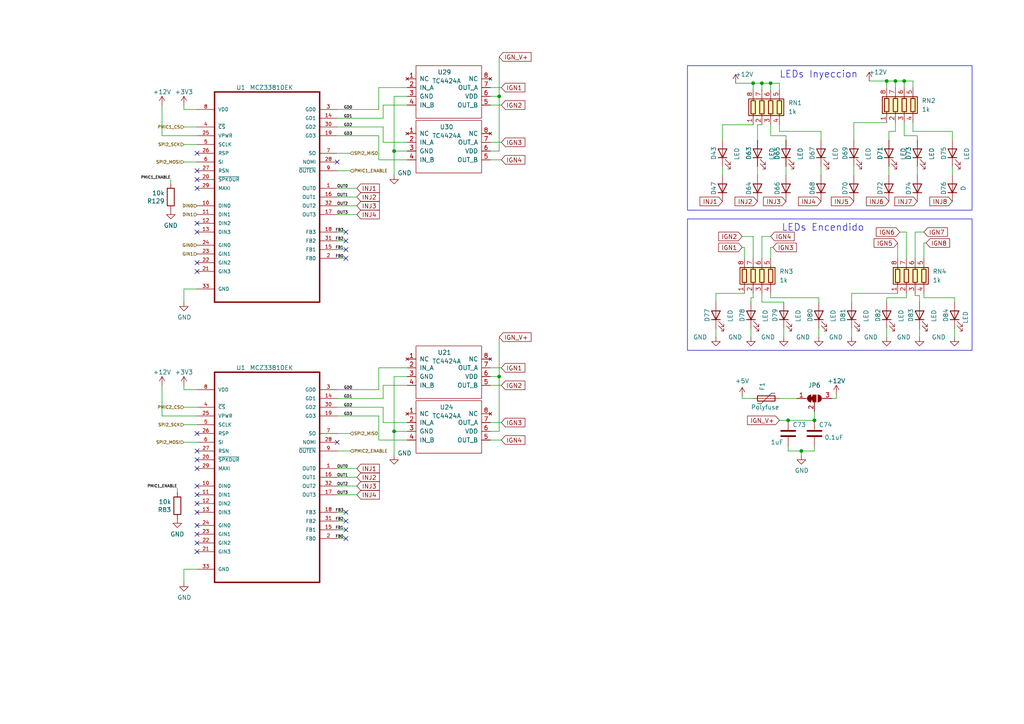
<source format=kicad_sch>
(kicad_sch (version 20230121) (generator eeschema)
  (paper "A4")
  (title_block (title "OpenEFI") (date "2023-10-13") (rev "4.0") (company "Churrosoft®") (comment 1 "CERN-OHL-S Licence"))
  (junction (at 220.98 24.13))
  (junction (at 259.715 23.495))
  (junction (at 232.41 130.81))
  (junction (at 262.255 23.495))
  (junction (at 218.44 24.13))
  (junction (at 144.78 109.22))
  (junction (at 236.22 121.92))
  (junction (at 144.78 27.94))
  (junction (at 114.3 43.815))
  (junction (at 114.3 125.095))
  (junction (at 257.175 23.495))
  (junction (at 228.6 121.92))
  (junction (at 223.52 24.13))
  (no_connect (at 57.15 140.97))
  (no_connect (at 57.15 135.89))
  (no_connect (at 57.15 49.53))
  (no_connect (at 57.15 146.05))
  (no_connect (at 57.15 125.73))
  (no_connect (at 100.33 156.21))
  (no_connect (at 57.15 130.81))
  (no_connect (at 100.33 72.39))
  (no_connect (at 97.79 128.27))
  (no_connect (at 57.15 152.4))
  (no_connect (at 57.15 78.74))
  (no_connect (at 100.33 74.93))
  (no_connect (at 57.15 64.77))
  (no_connect (at 100.33 151.13))
  (no_connect (at 57.15 76.2))
  (no_connect (at 97.79 46.99))
  (no_connect (at 57.15 148.59))
  (no_connect (at 57.15 154.94))
  (no_connect (at 57.15 52.07))
  (no_connect (at 57.15 54.61))
  (no_connect (at 57.15 133.35))
  (no_connect (at 100.33 69.85))
  (no_connect (at 100.33 153.67))
  (no_connect (at 57.15 44.45))
  (no_connect (at 100.33 67.31))
  (no_connect (at 57.15 160.02))
  (no_connect (at 57.15 157.48))
  (no_connect (at 57.15 67.31))
  (no_connect (at 57.15 143.51))
  (no_connect (at 100.33 148.59))
  (wire (pts (xy 223.52 39.37) (xy 227.965 39.37)))
  (wire (pts (xy 262.255 35.56) (xy 262.255 39.37)))
  (wire (pts (xy 142.24 127.635) (xy 145.415 127.635)))
  (wire (pts (xy 97.79 138.43) (xy 103.505 138.43)))
  (wire (pts (xy 51.435 141.605) (xy 51.435 142.875)))
  (wire (pts (xy 259.715 23.495) (xy 262.255 23.495)))
  (wire (pts (xy 223.52 24.13) (xy 223.52 26.035)))
  (wire (pts (xy 219.71 36.195) (xy 219.71 40.64)))
  (wire (pts (xy 226.06 38.1) (xy 238.125 38.1)))
  (wire (pts (xy 223.52 71.755) (xy 224.155 71.755)))
  (wire (pts (xy 53.34 128.27) (xy 57.15 128.27)))
  (wire (pts (xy 97.79 74.93) (xy 100.33 74.93)))
  (wire (pts (xy 215.265 114.935) (xy 215.265 115.57)))
  (wire (pts (xy 227.33 97.79) (xy 227.33 95.25)))
  (wire (pts (xy 264.795 35.56) (xy 264.795 38.1)))
  (wire (pts (xy 236.22 121.92) (xy 236.22 119.38)))
  (wire (pts (xy 232.41 132.08) (xy 232.41 130.81)))
  (wire (pts (xy 109.855 127.635) (xy 109.855 120.65)))
  (wire (pts (xy 53.34 165.1) (xy 57.15 165.1)))
  (wire (pts (xy 238.125 48.26) (xy 238.125 50.8)))
  (wire (pts (xy 257.175 97.79) (xy 257.175 95.25)))
  (wire (pts (xy 217.805 86.36) (xy 217.805 87.63)))
  (wire (pts (xy 97.79 59.69) (xy 103.505 59.69)))
  (wire (pts (xy 260.35 70.485) (xy 260.35 74.93)))
  (wire (pts (xy 267.97 86.36) (xy 276.86 86.36)))
  (wire (pts (xy 220.98 68.58) (xy 220.98 74.93)))
  (wire (pts (xy 266.7 85.725) (xy 266.7 87.63)))
  (wire (pts (xy 223.52 68.58) (xy 220.98 68.58)))
  (wire (pts (xy 53.34 118.11) (xy 57.15 118.11)))
  (wire (pts (xy 97.79 72.39) (xy 100.33 72.39)))
  (wire (pts (xy 97.79 54.61) (xy 103.505 54.61)))
  (wire (pts (xy 223.52 74.93) (xy 223.52 71.755)))
  (wire (pts (xy 218.44 24.13) (xy 220.98 24.13)))
  (wire (pts (xy 118.11 30.48) (xy 111.125 30.48)))
  (wire (pts (xy 142.24 125.095) (xy 144.78 125.095)))
  (wire (pts (xy 215.265 115.57) (xy 218.44 115.57)))
  (wire (pts (xy 97.79 115.57) (xy 111.125 115.57)))
  (wire (pts (xy 49.53 52.07) (xy 49.53 53.34)))
  (wire (pts (xy 114.3 125.095) (xy 114.3 109.22)))
  (wire (pts (xy 118.11 46.355) (xy 109.855 46.355)))
  (wire (pts (xy 223.52 36.195) (xy 223.52 39.37)))
  (wire (pts (xy 97.79 62.23) (xy 103.505 62.23)))
  (wire (pts (xy 220.98 85.09) (xy 220.98 87.63)))
  (wire (pts (xy 247.015 85.09) (xy 247.015 87.63)))
  (wire (pts (xy 97.79 130.81) (xy 101.6 130.81)))
  (wire (pts (xy 259.715 38.1) (xy 259.715 35.56)))
  (wire (pts (xy 218.44 68.58) (xy 218.44 74.93)))
  (wire (pts (xy 218.44 85.09) (xy 218.44 86.36)))
  (wire (pts (xy 114.3 132.08) (xy 114.3 125.095)))
  (wire (pts (xy 53.34 83.82) (xy 57.15 83.82)))
  (wire (pts (xy 97.79 36.83) (xy 111.125 36.83)))
  (wire (pts (xy 264.795 38.1) (xy 276.225 38.1)))
  (wire (pts (xy 207.645 97.79) (xy 207.645 95.25)))
  (wire (pts (xy 109.855 25.4) (xy 118.11 25.4)))
  (wire (pts (xy 53.34 36.83) (xy 57.15 36.83)))
  (wire (pts (xy 97.79 69.85) (xy 100.33 69.85)))
  (wire (pts (xy 142.24 41.275) (xy 145.415 41.275)))
  (wire (pts (xy 53.34 168.91) (xy 53.34 165.1)))
  (wire (pts (xy 142.24 122.555) (xy 145.415 122.555)))
  (wire (pts (xy 53.34 30.48) (xy 53.34 31.75)))
  (wire (pts (xy 257.175 23.495) (xy 259.715 23.495)))
  (wire (pts (xy 111.125 30.48) (xy 111.125 34.29)))
  (wire (pts (xy 109.855 31.75) (xy 109.855 25.4)))
  (wire (pts (xy 220.98 26.035) (xy 220.98 24.13)))
  (wire (pts (xy 218.44 36.195) (xy 209.55 36.195)))
  (wire (pts (xy 227.965 48.26) (xy 227.965 50.8)))
  (wire (pts (xy 209.55 36.195) (xy 209.55 40.64)))
  (wire (pts (xy 111.125 41.275) (xy 118.11 41.275)))
  (wire (pts (xy 276.86 97.79) (xy 276.86 95.25)))
  (wire (pts (xy 257.81 48.26) (xy 257.81 50.8)))
  (wire (pts (xy 142.24 46.355) (xy 145.415 46.355)))
  (wire (pts (xy 226.06 36.195) (xy 226.06 38.1)))
  (wire (pts (xy 111.125 111.76) (xy 111.125 115.57)))
  (wire (pts (xy 97.79 125.73) (xy 101.6 125.73)))
  (wire (pts (xy 260.985 67.31) (xy 262.89 67.31)))
  (wire (pts (xy 226.06 115.57) (xy 231.14 115.57)))
  (wire (pts (xy 97.79 44.45) (xy 101.6 44.45)))
  (wire (pts (xy 228.6 130.81) (xy 228.6 129.54)))
  (wire (pts (xy 97.79 140.97) (xy 103.505 140.97)))
  (wire (pts (xy 247.65 35.56) (xy 257.175 35.56)))
  (wire (pts (xy 144.78 43.815) (xy 144.78 27.94)))
  (wire (pts (xy 215.265 68.58) (xy 218.44 68.58)))
  (wire (pts (xy 215.9 85.09) (xy 207.645 85.09)))
  (wire (pts (xy 218.44 86.36) (xy 217.805 86.36)))
  (wire (pts (xy 247.65 35.56) (xy 247.65 40.64)))
  (wire (pts (xy 46.99 120.65) (xy 57.15 120.65)))
  (wire (pts (xy 213.36 24.13) (xy 218.44 24.13)))
  (wire (pts (xy 144.78 97.79) (xy 144.78 109.22)))
  (wire (pts (xy 223.52 24.13) (xy 226.06 24.13)))
  (wire (pts (xy 262.255 39.37) (xy 266.065 39.37)))
  (wire (pts (xy 265.43 67.31) (xy 265.43 74.93)))
  (wire (pts (xy 53.34 113.03) (xy 57.15 113.03)))
  (wire (pts (xy 97.79 113.03) (xy 109.855 113.03)))
  (wire (pts (xy 97.79 57.15) (xy 103.505 57.15)))
  (wire (pts (xy 114.3 27.94) (xy 118.11 27.94)))
  (wire (pts (xy 267.97 70.485) (xy 267.97 74.93)))
  (wire (pts (xy 227.965 39.37) (xy 227.965 40.64)))
  (wire (pts (xy 266.7 97.79) (xy 266.7 95.25)))
  (wire (pts (xy 114.3 43.815) (xy 114.3 27.94)))
  (wire (pts (xy 238.125 38.1) (xy 238.125 40.64)))
  (wire (pts (xy 264.795 25.4) (xy 264.795 23.495)))
  (wire (pts (xy 53.34 46.99) (xy 57.15 46.99)))
  (wire (pts (xy 262.89 86.36) (xy 257.175 86.36)))
  (wire (pts (xy 265.43 85.725) (xy 266.7 85.725)))
  (wire (pts (xy 97.79 143.51) (xy 103.505 143.51)))
  (wire (pts (xy 260.35 85.09) (xy 247.015 85.09)))
  (wire (pts (xy 219.71 48.26) (xy 219.71 50.8)))
  (wire (pts (xy 142.24 43.815) (xy 144.78 43.815)))
  (wire (pts (xy 142.24 27.94) (xy 144.78 27.94)))
  (wire (pts (xy 223.52 86.36) (xy 237.49 86.36)))
  (wire (pts (xy 97.79 151.13) (xy 100.33 151.13)))
  (wire (pts (xy 220.98 87.63) (xy 227.33 87.63)))
  (wire (pts (xy 267.97 67.31) (xy 265.43 67.31)))
  (wire (pts (xy 276.86 86.36) (xy 276.86 87.63)))
  (wire (pts (xy 207.645 85.09) (xy 207.645 87.63)))
  (wire (pts (xy 266.065 39.37) (xy 266.065 40.64)))
  (wire (pts (xy 97.79 153.67) (xy 100.33 153.67)))
  (wire (pts (xy 97.79 118.11) (xy 111.125 118.11)))
  (wire (pts (xy 232.41 130.81) (xy 228.6 130.81)))
  (wire (pts (xy 97.79 67.31) (xy 100.33 67.31)))
  (wire (pts (xy 144.78 16.51) (xy 144.78 27.94)))
  (wire (pts (xy 111.125 118.11) (xy 111.125 122.555)))
  (wire (pts (xy 226.06 26.035) (xy 226.06 24.13)))
  (wire (pts (xy 142.24 30.48) (xy 145.415 30.48)))
  (wire (pts (xy 259.715 23.495) (xy 259.715 25.4)))
  (wire (pts (xy 53.34 41.91) (xy 57.15 41.91)))
  (wire (pts (xy 265.43 85.09) (xy 265.43 85.725)))
  (wire (pts (xy 97.79 156.21) (xy 100.33 156.21)))
  (wire (pts (xy 114.3 43.815) (xy 118.11 43.815)))
  (wire (pts (xy 142.24 25.4) (xy 145.415 25.4)))
  (wire (pts (xy 262.255 23.495) (xy 264.795 23.495)))
  (wire (pts (xy 220.98 36.195) (xy 219.71 36.195)))
  (wire (pts (xy 97.79 39.37) (xy 109.855 39.37)))
  (wire (pts (xy 114.3 50.8) (xy 114.3 43.815)))
  (wire (pts (xy 257.175 86.36) (xy 257.175 87.63)))
  (wire (pts (xy 262.89 67.31) (xy 262.89 74.93)))
  (wire (pts (xy 109.855 113.03) (xy 109.855 106.68)))
  (wire (pts (xy 111.125 122.555) (xy 118.11 122.555)))
  (wire (pts (xy 215.265 71.755) (xy 215.9 71.755)))
  (wire (pts (xy 223.52 85.09) (xy 223.52 86.36)))
  (wire (pts (xy 276.225 48.26) (xy 276.225 50.8)))
  (wire (pts (xy 142.24 111.76) (xy 145.415 111.76)))
  (wire (pts (xy 236.22 130.81) (xy 232.41 130.81)))
  (wire (pts (xy 142.24 106.68) (xy 145.415 106.68)))
  (wire (pts (xy 252.095 23.495) (xy 257.175 23.495)))
  (wire (pts (xy 259.715 38.1) (xy 257.81 38.1)))
  (wire (pts (xy 114.3 109.22) (xy 118.11 109.22)))
  (wire (pts (xy 97.79 49.53) (xy 101.6 49.53)))
  (wire (pts (xy 266.065 48.26) (xy 266.065 50.8)))
  (wire (pts (xy 226.06 121.92) (xy 228.6 121.92)))
  (wire (pts (xy 220.98 24.13) (xy 223.52 24.13)))
  (wire (pts (xy 218.44 24.13) (xy 218.44 26.035)))
  (wire (pts (xy 46.99 111.76) (xy 46.99 120.65)))
  (wire (pts (xy 247.015 97.79) (xy 247.015 95.25)))
  (wire (pts (xy 114.3 125.095) (xy 118.11 125.095)))
  (wire (pts (xy 109.855 46.355) (xy 109.855 39.37)))
  (wire (pts (xy 97.79 148.59) (xy 100.33 148.59)))
  (wire (pts (xy 228.6 121.92) (xy 236.22 121.92)))
  (wire (pts (xy 46.99 39.37) (xy 57.15 39.37)))
  (wire (pts (xy 215.9 71.755) (xy 215.9 74.93)))
  (wire (pts (xy 242.57 115.57) (xy 241.3 115.57)))
  (wire (pts (xy 142.24 109.22) (xy 144.78 109.22)))
  (wire (pts (xy 267.97 85.09) (xy 267.97 86.36)))
  (wire (pts (xy 53.34 87.63) (xy 53.34 83.82)))
  (wire (pts (xy 46.99 30.48) (xy 46.99 39.37)))
  (wire (pts (xy 97.79 120.65) (xy 109.855 120.65)))
  (wire (pts (xy 209.55 48.26) (xy 209.55 50.8)))
  (wire (pts (xy 97.79 31.75) (xy 109.855 31.75)))
  (wire (pts (xy 97.79 34.29) (xy 111.125 34.29)))
  (wire (pts (xy 53.34 111.76) (xy 53.34 113.03)))
  (wire (pts (xy 247.65 48.26) (xy 247.65 50.8)))
  (wire (pts (xy 236.22 129.54) (xy 236.22 130.81)))
  (wire (pts (xy 53.34 31.75) (xy 57.15 31.75)))
  (wire (pts (xy 217.805 97.79) (xy 217.805 95.25)))
  (wire (pts (xy 268.605 70.485) (xy 267.97 70.485)))
  (wire (pts (xy 144.78 125.095) (xy 144.78 109.22)))
  (wire (pts (xy 237.49 97.79) (xy 237.49 95.25)))
  (wire (pts (xy 262.255 25.4) (xy 262.255 23.495)))
  (wire (pts (xy 118.11 127.635) (xy 109.855 127.635)))
  (wire (pts (xy 53.34 123.19) (xy 57.15 123.19)))
  (wire (pts (xy 242.57 114.3) (xy 242.57 115.57)))
  (wire (pts (xy 109.855 106.68) (xy 118.11 106.68)))
  (wire (pts (xy 111.125 36.83) (xy 111.125 41.275)))
  (wire (pts (xy 237.49 86.36) (xy 237.49 87.63)))
  (wire (pts (xy 276.225 38.1) (xy 276.225 40.64)))
  (wire (pts (xy 97.79 135.89) (xy 103.505 135.89)))
  (wire (pts (xy 118.11 111.76) (xy 111.125 111.76)))
  (wire (pts (xy 262.89 85.09) (xy 262.89 86.36)))
  (wire (pts (xy 257.81 38.1) (xy 257.81 40.64)))
  (wire (pts (xy 257.175 23.495) (xy 257.175 25.4)))
  (rectangle (start 199.39 63.5) (end 281.94 101.6))
  (rectangle (start 199.39 19.05) (end 281.94 60.96))
  (text "LEDs Inyeccion" (at 226.06 22.86 0) (effects (font (size 2 2)) (justify left bottom)))
  (text "LEDs Encendido" (at 226.695 67.31 0) (effects (font (size 2 2)) (justify left bottom)))
  (label "OUT3" (at 100.965 143.51 180) (effects (font (size 0.8 0.8))))
  (label "GD1" (at 102.235 115.57 180) (effects (font (size 0.8 0.8))))
  (label "OUT3" (at 100.965 62.23 180) (effects (font (size 0.8 0.8))))
  (label "FB1" (at 99.695 72.39 180) (effects (font (size 0.8 0.8))))
  (label "OUT0" (at 100.965 54.61 180) (effects (font (size 0.8 0.8))))
  (label "FB3" (at 99.695 148.59 180) (effects (font (size 0.8 0.8))))
  (label "FB2" (at 99.695 151.13 180) (effects (font (size 0.8 0.8))))
  (label "OUT1" (at 100.965 57.15 180) (effects (font (size 0.8 0.8))))
  (label "OUT0" (at 100.965 135.89 180) (effects (font (size 0.8 0.8))))
  (label "PMIC1_ENABLE" (at 51.435 141.605 180) (effects (font (size 0.7874 0.7874))))
  (label "PMIC1_ENABLE" (at 49.53 52.07 180) (effects (font (size 0.7874 0.7874))))
  (label "OUT1" (at 100.965 138.43 180) (effects (font (size 0.8 0.8))))
  (label "FB2" (at 99.695 69.85 180) (effects (font (size 0.8 0.8))))
  (label "FB3" (at 99.695 67.31 180) (effects (font (size 0.8 0.8))))
  (label "OUT2" (at 100.965 140.97 180) (effects (font (size 0.8 0.8))))
  (label "GD3" (at 102.235 120.65 180) (effects (font (size 0.8 0.8))))
  (label "GD2" (at 102.235 118.11 180) (effects (font (size 0.8 0.8))))
  (label "FB0" (at 99.695 156.21 180) (effects (font (size 0.8 0.8))))
  (label "GD0" (at 102.235 31.75 180) (effects (font (size 0.8 0.8))))
  (label "FB0" (at 99.695 74.93 180) (effects (font (size 0.8 0.8))))
  (label "FB1" (at 99.695 153.67 180) (effects (font (size 0.8 0.8))))
  (label "GD1" (at 102.235 34.29 180) (effects (font (size 0.8 0.8))))
  (label "GD2" (at 102.235 36.83 180) (effects (font (size 0.8 0.8))))
  (label "GD0" (at 102.235 113.03 180) (effects (font (size 0.8 0.8))))
  (label "OUT2" (at 100.965 59.69 180) (effects (font (size 0.8 0.8))))
  (label "GD3" (at 102.235 39.37 180) (effects (font (size 0.8 0.8))))
  (global_label "INJ3" (shape input) (at 103.505 140.97 0) (property "Intersheetrefs" "${INTERSHEET_REFS}" (effects hide)))
  (global_label "IGN_V+" (shape input) (at 226.06 121.92 180) (property "Intersheetrefs" "${INTERSHEET_REFS}" (effects hide)))
  (global_label "INJ8" (shape input) (at 276.225 58.42 180) (property "Intersheetrefs" "${INTERSHEET_REFS}" (effects hide)))
  (global_label "INJ3" (shape input) (at 227.965 58.42 180) (property "Intersheetrefs" "${INTERSHEET_REFS}" (effects hide)))
  (global_label "IGN3" (shape input) (at 224.155 71.755 0) (property "Intersheetrefs" "${INTERSHEET_REFS}" (effects hide)))
  (global_label "IGN1" (shape input) (at 145.415 25.4 0) (property "Intersheetrefs" "${INTERSHEET_REFS}" (effects hide)))
  (global_label "IGN_V+" (shape input) (at 144.78 16.51 0) (property "Intersheetrefs" "${INTERSHEET_REFS}" (effects hide)))
  (global_label "INJ2" (shape input) (at 103.505 138.43 0) (property "Intersheetrefs" "${INTERSHEET_REFS}" (effects hide)))
  (global_label "INJ2" (shape input) (at 219.71 58.42 180) (property "Intersheetrefs" "${INTERSHEET_REFS}" (effects hide)))
  (global_label "IGN4" (shape input) (at 223.52 68.58 0) (property "Intersheetrefs" "${INTERSHEET_REFS}" (effects hide)))
  (global_label "INJ3" (shape input) (at 103.505 59.69 0) (property "Intersheetrefs" "${INTERSHEET_REFS}" (effects hide)))
  (global_label "IGN6" (shape input) (at 260.985 67.31 180) (property "Intersheetrefs" "${INTERSHEET_REFS}" (effects hide)))
  (global_label "IGN4" (shape input) (at 145.415 46.355 0) (property "Intersheetrefs" "${INTERSHEET_REFS}" (effects hide)))
  (global_label "INJ7" (shape input) (at 266.065 58.42 180) (property "Intersheetrefs" "${INTERSHEET_REFS}" (effects hide)))
  (global_label "INJ6" (shape input) (at 257.81 58.42 180) (property "Intersheetrefs" "${INTERSHEET_REFS}" (effects hide)))
  (global_label "IGN_V+" (shape input) (at 144.78 97.79 0) (property "Intersheetrefs" "${INTERSHEET_REFS}" (effects hide)))
  (global_label "IGN8" (shape input) (at 268.605 70.485 0) (property "Intersheetrefs" "${INTERSHEET_REFS}" (effects hide)))
  (global_label "IGN1" (shape input) (at 145.415 106.68 0) (property "Intersheetrefs" "${INTERSHEET_REFS}" (effects hide)))
  (global_label "IGN2" (shape input) (at 145.415 30.48 0) (property "Intersheetrefs" "${INTERSHEET_REFS}" (effects hide)))
  (global_label "IGN3" (shape input) (at 145.415 41.275 0) (property "Intersheetrefs" "${INTERSHEET_REFS}" (effects hide)))
  (global_label "INJ1" (shape input) (at 103.505 135.89 0) (property "Intersheetrefs" "${INTERSHEET_REFS}" (effects hide)))
  (global_label "INJ4" (shape input) (at 103.505 143.51 0) (property "Intersheetrefs" "${INTERSHEET_REFS}" (effects hide)))
  (global_label "INJ2" (shape input) (at 103.505 57.15 0) (property "Intersheetrefs" "${INTERSHEET_REFS}" (effects hide)))
  (global_label "INJ4" (shape input) (at 238.125 58.42 180) (property "Intersheetrefs" "${INTERSHEET_REFS}" (effects hide)))
  (global_label "INJ1" (shape input) (at 103.505 54.61 0) (property "Intersheetrefs" "${INTERSHEET_REFS}" (effects hide)))
  (global_label "IGN4" (shape input) (at 145.415 127.635 0) (property "Intersheetrefs" "${INTERSHEET_REFS}" (effects hide)))
  (global_label "IGN2" (shape input) (at 215.265 68.58 180) (property "Intersheetrefs" "${INTERSHEET_REFS}" (effects hide)))
  (global_label "IGN2" (shape input) (at 145.415 111.76 0) (property "Intersheetrefs" "${INTERSHEET_REFS}" (effects hide)))
  (global_label "IGN3" (shape input) (at 145.415 122.555 0) (property "Intersheetrefs" "${INTERSHEET_REFS}" (effects hide)))
  (global_label "IGN5" (shape input) (at 260.35 70.485 180) (property "Intersheetrefs" "${INTERSHEET_REFS}" (effects hide)))
  (global_label "IGN7" (shape input) (at 267.97 67.31 0) (property "Intersheetrefs" "${INTERSHEET_REFS}" (effects hide)))
  (global_label "IGN1" (shape input) (at 215.265 71.755 180) (property "Intersheetrefs" "${INTERSHEET_REFS}" (effects hide)))
  (global_label "INJ1" (shape input) (at 209.55 58.42 180) (property "Intersheetrefs" "${INTERSHEET_REFS}" (effects hide)))
  (global_label "INJ4" (shape input) (at 103.505 62.23 0) (property "Intersheetrefs" "${INTERSHEET_REFS}" (effects hide)))
  (global_label "INJ5" (shape input) (at 247.65 58.42 180) (property "Intersheetrefs" "${INTERSHEET_REFS}" (effects hide)))
  (hierarchical_label "SPI2_MOSI" (shape input) (at 53.34 46.99 180) (effects (font (size 0.889 0.889))))
  (hierarchical_label "GIN0" (shape input) (at 57.15 71.12 180) (effects (font (size 0.889 0.889))))
  (hierarchical_label "DIN0" (shape input) (at 57.15 59.69 180) (effects (font (size 0.889 0.889))))
  (hierarchical_label "SPI2_SCK" (shape input) (at 53.34 123.19 180) (effects (font (size 0.889 0.889))))
  (hierarchical_label "DIN1" (shape input) (at 57.15 62.23 180) (effects (font (size 0.889 0.889))))
  (hierarchical_label "SPI2_SCK" (shape input) (at 53.34 41.91 180) (effects (font (size 0.889 0.889))))
  (hierarchical_label "PMIC1_CS" (shape input) (at 53.34 36.83 180) (effects (font (size 0.889 0.889))))
  (hierarchical_label "SPI2_MISO" (shape input) (at 101.6 125.73 0) (effects (font (size 0.889 0.889))))
  (hierarchical_label "GIN1" (shape input) (at 57.15 73.66 180) (effects (font (size 0.889 0.889))))
  (hierarchical_label "PMIC2_ENABLE" (shape input) (at 101.6 130.81 0) (effects (font (size 0.889 0.889))))
  (hierarchical_label "SPI2_MISO" (shape input) (at 101.6 44.45 0) (effects (font (size 0.889 0.889))))
  (hierarchical_label "PMIC2_CS" (shape input) (at 53.34 118.11 180) (effects (font (size 0.889 0.889))))
  (hierarchical_label "SPI2_MOSI" (shape input) (at 53.34 128.27 180) (effects (font (size 0.889 0.889))))
  (hierarchical_label "PMIC1_ENABLE" (shape input) (at 101.6 49.53 0) (effects (font (size 0.889 0.889))))
  (symbol (lib_id "power:GND") (at 114.3 50.8 0) (unit 1)
    (property "Reference" "#PWR0206" (effects hide))
    (property "Value" "GND" (at 119.38 50.165 0) (effects (justify right)))
    (instances (project "uEFI_rev3" (path "" (reference "#PWR0206") (unit 1))) (project "DropBear" (path "" (reference "#PWR0218") (unit 1))))
  )
  (symbol (lib_id "power:GND") (at 114.3 132.08 0) (unit 1)
    (property "Reference" "#PWR08" (effects hide))
    (property "Value" "GND" (at 119.38 131.445 0) (effects (justify right)))
    (instances (project "uEFI_rev3" (path "" (reference "#PWR08") (unit 1))) (project "DropBear" (path "" (reference "#PWR0218") (unit 1))))
  )
  (symbol (lib_id "power:+5V") (at 215.265 114.935 0) (unit 1)
    (property "Reference" "#PWR0209" (effects hide))
    (property "Value" "+5V" (at 215.265 110.49 0))
  )
  (symbol (lib_name "GND_1") (lib_id "power:GND") (at 51.435 150.495 0) (unit 1)
    (property "Reference" "#PWR02" (effects hide))
    (property "Value" "GND" (at 51.435 154.94 0))
  )
  (symbol (lib_id "power:+12V") (at 213.36 24.13 0) (unit 1)
    (property "Reference" "#PWR021" (effects hide))
    (property "Value" "+12V" (at 215.9 21.59 0))
    (instances (project "uEFI_rev3" (path "" (reference "#PWR021") (unit 1)) (path "" (reference "#PWR0239") (unit 1))))
  )
  (symbol (lib_id "Device:R_Pack04") (at 220.98 80.01 0) (unit 1)
    (property "Reference" "RN3" (at 226.06 78.74 0) (effects (justify left)))
    (property "Value" "1k" (at 226.06 81.28 0) (effects (justify left)))
    (property "Footprint" "Resistor_SMD:R_Array_Convex_4x0603" (effects hide))
    (property "LCSC" "C110021" (effects hide))
  )
  (symbol (lib_id "Device:LED") (at 266.7 91.44 90) (unit 1)
    (property "Reference" "D83" (at 264.16 91.44 0))
    (property "Value" "LED" (at 270.8656 91.6178 0))
    (property "Footprint" "LED_SMD:LED_0805_2012Metric" (effects hide))
    (property "Digikey Part Number" "SML-H12D8TT86CCT-ND" (effects hide))
    (property "Manufacturer_Name" "Rohm Semiconductor" (effects hide))
    (property "Manufacturer_Part_Number" "SML-H12D8TT86C" (effects hide))
    (property "URL" "https://www.digikey.com.au/product-detail/en/rohm-semiconductor/SML-H12D8TT86C/SML-H12D8TT86CCT-ND/9090486" (effects hide))
    (instances (project "uEFI_rev3" (path "" (reference "D83") (unit 1))) (project "DropBear" (path "" (reference "D37") (unit 1))))
  )
  (symbol (lib_id "power:GND") (at 53.34 168.91 0) (unit 1)
    (property "Reference" "#PWR0101" (effects hide))
    (property "Value" "GND" (at 53.467 173.3042 0))
    (instances (project "uEFI_rev3" (path "" (reference "#PWR0101") (unit 1)) (path "" (reference "#PWR06") (unit 1))))
  )
  (symbol (lib_id "Device:LED") (at 257.175 91.44 90) (unit 1)
    (property "Reference" "D82" (at 254.635 91.44 0))
    (property "Value" "LED" (at 261.3406 91.6178 0))
    (property "Footprint" "LED_SMD:LED_0805_2012Metric" (effects hide))
    (property "Digikey Part Number" "SML-H12D8TT86CCT-ND" (effects hide))
    (property "Manufacturer_Name" "Rohm Semiconductor" (effects hide))
    (property "Manufacturer_Part_Number" "SML-H12D8TT86C" (effects hide))
    (property "URL" "https://www.digikey.com.au/product-detail/en/rohm-semiconductor/SML-H12D8TT86C/SML-H12D8TT86CCT-ND/9090486" (effects hide))
    (instances (project "uEFI_rev3" (path "" (reference "D82") (unit 1))) (project "DropBear" (path "" (reference "D37") (unit 1))))
  )
  (symbol (lib_id "Device:D") (at 209.55 54.61 90) (unit 1)
    (property "Reference" "D47" (at 207.01 54.61 0))
    (property "Value" "D" (effects hide))
    (property "Footprint" "Diode_SMD:D_SOD-323_HandSoldering" (effects hide))
    (property "Manufacturer_Name" "MCC" (effects hide))
    (property "Manufacturer_Part_Number" "1N4448WX-TP" (effects hide))
    (property "URL" "https://www.digikey.com/product-detail/en/micro-commercial-co/1N4448WX-TP/1N4448WXTPMSCT-ND/789338" (effects hide))
    (property "LCSC" "C5277952" (effects hide))
    (instances (project "uEFI_rev3" (path "" (reference "D47") (unit 1))) (project "DropBear" (path "" (reference "D19") (unit 1))))
  )
  (symbol (lib_id "Device:LED") (at 257.81 44.45 90) (unit 1)
    (property "Reference" "D71" (at 255.27 44.45 0))
    (property "Value" "LED" (at 261.9756 44.6278 0))
    (property "Footprint" "LED_SMD:LED_0805_2012Metric" (effects hide))
    (property "Digikey Part Number" "475-1415-1-ND" (effects hide))
    (property "Manufacturer_Name" "OSRAM" (effects hide))
    (property "Manufacturer_Part_Number" "LH R974-LP-1" (effects hide))
    (property "URL" "https://www.digikey.com/product-detail/en/osram-opto-semiconductors-inc/LH-R974-LP-1/475-1415-1-ND/1802604" (effects hide))
    (property "LCSC" "C965815" (effects hide))
    (instances (project "uEFI_rev3" (path "" (reference "D71") (unit 1))) (project "DropBear" (path "" (reference "D1") (unit 1))))
  )
  (symbol (lib_id "Device:LED") (at 207.645 91.44 90) (unit 1)
    (property "Reference" "D77" (at 205.105 91.44 0))
    (property "Value" "LED" (at 211.8106 91.6178 0))
    (property "Footprint" "LED_SMD:LED_0805_2012Metric" (effects hide))
    (property "Digikey Part Number" "SML-H12D8TT86CCT-ND" (effects hide))
    (property "Manufacturer_Name" "Rohm Semiconductor" (effects hide))
    (property "Manufacturer_Part_Number" "SML-H12D8TT86C" (effects hide))
    (property "URL" "https://www.digikey.com.au/product-detail/en/rohm-semiconductor/SML-H12D8TT86C/SML-H12D8TT86CCT-ND/9090486" (effects hide))
    (instances (project "uEFI_rev3" (path "" (reference "D77") (unit 1))) (project "DropBear" (path "" (reference "D37") (unit 1))))
  )
  (symbol (lib_id "Device:LED") (at 247.65 44.45 90) (unit 1)
    (property "Reference" "D69" (at 245.11 44.45 0))
    (property "Value" "LED" (at 251.8156 44.6278 0))
    (property "Footprint" "LED_SMD:LED_0805_2012Metric" (effects hide))
    (property "Digikey Part Number" "475-1415-1-ND" (effects hide))
    (property "Manufacturer_Name" "OSRAM" (effects hide))
    (property "Manufacturer_Part_Number" "LH R974-LP-1" (effects hide))
    (property "URL" "https://www.digikey.com/product-detail/en/osram-opto-semiconductors-inc/LH-R974-LP-1/475-1415-1-ND/1802604" (effects hide))
    (property "LCSC" "C965815" (effects hide))
    (instances (project "uEFI_rev3" (path "" (reference "D69") (unit 1))) (project "DropBear" (path "" (reference "D1") (unit 1))))
  )
  (symbol (lib_id "Device:LED") (at 266.065 44.45 90) (unit 1)
    (property "Reference" "D73" (at 263.525 44.45 0))
    (property "Value" "LED" (at 270.2306 44.6278 0))
    (property "Footprint" "LED_SMD:LED_0805_2012Metric" (effects hide))
    (property "Digikey Part Number" "475-1415-1-ND" (effects hide))
    (property "Manufacturer_Name" "OSRAM" (effects hide))
    (property "Manufacturer_Part_Number" "LH R974-LP-1" (effects hide))
    (property "URL" "https://www.digikey.com/product-detail/en/osram-opto-semiconductors-inc/LH-R974-LP-1/475-1415-1-ND/1802604" (effects hide))
    (property "LCSC" "C965815" (effects hide))
    (instances (project "uEFI_rev3" (path "" (reference "D73") (unit 1))) (project "DropBear" (path "" (reference "D1") (unit 1))))
  )
  (symbol (lib_id "Device:LED") (at 276.225 44.45 90) (unit 1)
    (property "Reference" "D75" (at 273.685 44.45 0))
    (property "Value" "LED" (at 280.3906 44.6278 0))
    (property "Footprint" "LED_SMD:LED_0805_2012Metric" (effects hide))
    (property "Digikey Part Number" "475-1415-1-ND" (effects hide))
    (property "Manufacturer_Name" "OSRAM" (effects hide))
    (property "Manufacturer_Part_Number" "LH R974-LP-1" (effects hide))
    (property "URL" "https://www.digikey.com/product-detail/en/osram-opto-semiconductors-inc/LH-R974-LP-1/475-1415-1-ND/1802604" (effects hide))
    (property "LCSC" "C965815" (effects hide))
    (instances (project "uEFI_rev3" (path "" (reference "D75") (unit 1))) (project "DropBear" (path "" (reference "D1") (unit 1))))
  )
  (symbol (lib_id "power:GND") (at 247.015 97.79 0) (unit 1)
    (property "Reference" "#PWR0251" (effects hide))
    (property "Value" "GND" (at 244.475 97.79 0) (effects (justify right)))
    (instances (project "uEFI_rev3" (path "" (reference "#PWR0251") (unit 1))) (project "DropBear" (path "" (reference "#PWR0218") (unit 1))))
  )
  (symbol (lib_id "power:+3.3V") (at 53.34 111.76 0) (unit 1)
    (property "Reference" "#PWR0123" (effects hide))
    (property "Value" "+3.3V" (at 53.34 107.95 0))
    (instances (project "uEFI_rev3" (path "" (reference "#PWR0123") (unit 1)) (path "" (reference "#PWR03") (unit 1))))
  )
  (symbol (lib_id "IC_Automotive:TC4424A") (at 146.05 55.88 0) (unit 1)
    (property "Reference" "U29" (at 128.905 20.955 0))
    (property "Value" "TC4424A" (at 129.54 23.495 0))
    (property "Footprint" "Package_SO:SOIC-8_3.9x4.9mm_P1.27mm" (effects hide))
    (property "Digikey Part Number" "TC4424AVOA-ND" (effects hide))
    (property "Manufacturer_Name" "Microchip" (effects hide))
    (property "Manufacturer_Part_Number" "TC4424AVOA" (effects hide))
    (property "URL" "https://www.digikey.com/product-detail/en/microchip-technology/TC4424AVOA/TC4424AVOA-ND/1098908" (effects hide))
    (instances (project "uEFI_rev3" (path "" (reference "U29") (unit 1))) (project "DropBear" (path "" (reference "U8") (unit 1))))
  )
  (symbol (lib_id "Device:D") (at 247.65 54.61 90) (unit 1)
    (property "Reference" "D70" (at 245.11 54.61 0))
    (property "Value" "D" (effects hide))
    (property "Footprint" "Diode_SMD:D_SOD-323_HandSoldering" (effects hide))
    (property "Manufacturer_Name" "MCC" (effects hide))
    (property "Manufacturer_Part_Number" "1N4448WX-TP" (effects hide))
    (property "URL" "https://www.digikey.com/product-detail/en/micro-commercial-co/1N4448WX-TP/1N4448WXTPMSCT-ND/789338" (effects hide))
    (property "LCSC" "C5277952" (effects hide))
    (instances (project "uEFI_rev3" (path "" (reference "D70") (unit 1))) (project "DropBear" (path "" (reference "D19") (unit 1))))
  )
  (symbol (lib_id "Device:LED") (at 276.86 91.44 90) (unit 1)
    (property "Reference" "D84" (at 274.32 91.44 0))
    (property "Value" "LED" (at 280.035 92.075 0))
    (property "Footprint" "LED_SMD:LED_0805_2012Metric" (effects hide))
    (property "Digikey Part Number" "SML-H12D8TT86CCT-ND" (effects hide))
    (property "Manufacturer_Name" "Rohm Semiconductor" (effects hide))
    (property "Manufacturer_Part_Number" "SML-H12D8TT86C" (effects hide))
    (property "URL" "https://www.digikey.com.au/product-detail/en/rohm-semiconductor/SML-H12D8TT86C/SML-H12D8TT86CCT-ND/9090486" (effects hide))
    (instances (project "uEFI_rev3" (path "" (reference "D84") (unit 1))) (project "DropBear" (path "" (reference "D37") (unit 1))))
  )
  (symbol (lib_id "Device:R_Pack04") (at 223.52 31.115 0) (unit 1)
    (property "Reference" "RN1" (at 228.6 29.845 0) (effects (justify left)))
    (property "Value" "1k" (at 228.6 32.385 0) (effects (justify left)))
    (property "Footprint" "Resistor_SMD:R_Array_Convex_4x0603" (effects hide))
    (property "LCSC" "C110021" (effects hide))
  )
  (symbol (lib_id "power:GND") (at 207.645 97.79 0) (unit 1)
    (property "Reference" "#PWR0247" (effects hide))
    (property "Value" "GND" (at 205.105 97.79 0) (effects (justify right)))
    (instances (project "uEFI_rev3" (path "" (reference "#PWR0247") (unit 1))) (project "DropBear" (path "" (reference "#PWR0218") (unit 1))))
  )
  (symbol (lib_id "power:GND") (at 276.86 97.79 0) (unit 1)
    (property "Reference" "#PWR0254" (effects hide))
    (property "Value" "GND" (at 274.32 97.79 0) (effects (justify right)))
    (instances (project "uEFI_rev3" (path "" (reference "#PWR0254") (unit 1))) (project "DropBear" (path "" (reference "#PWR0218") (unit 1))))
  )
  (symbol (lib_id "Device:LED") (at 247.015 91.44 90) (unit 1)
    (property "Reference" "D81" (at 244.475 91.44 0))
    (property "Value" "LED" (at 251.1806 91.6178 0))
    (property "Footprint" "LED_SMD:LED_0805_2012Metric" (effects hide))
    (property "Digikey Part Number" "SML-H12D8TT86CCT-ND" (effects hide))
    (property "Manufacturer_Name" "Rohm Semiconductor" (effects hide))
    (property "Manufacturer_Part_Number" "SML-H12D8TT86C" (effects hide))
    (property "URL" "https://www.digikey.com.au/product-detail/en/rohm-semiconductor/SML-H12D8TT86C/SML-H12D8TT86CCT-ND/9090486" (effects hide))
    (instances (project "uEFI_rev3" (path "" (reference "D81") (unit 1))) (project "DropBear" (path "" (reference "D37") (unit 1))))
  )
  (symbol (lib_id "Device:LED") (at 217.805 91.44 90) (unit 1)
    (property "Reference" "D78" (at 215.265 91.44 0))
    (property "Value" "LED" (at 221.9706 91.6178 0))
    (property "Footprint" "LED_SMD:LED_0805_2012Metric" (effects hide))
    (property "Digikey Part Number" "SML-H12D8TT86CCT-ND" (effects hide))
    (property "Manufacturer_Name" "Rohm Semiconductor" (effects hide))
    (property "Manufacturer_Part_Number" "SML-H12D8TT86C" (effects hide))
    (property "URL" "https://www.digikey.com.au/product-detail/en/rohm-semiconductor/SML-H12D8TT86C/SML-H12D8TT86CCT-ND/9090486" (effects hide))
    (instances (project "uEFI_rev3" (path "" (reference "D78") (unit 1))) (project "DropBear" (path "" (reference "D37") (unit 1))))
  )
  (symbol (lib_id "Device:D") (at 266.065 54.61 90) (unit 1)
    (property "Reference" "D74" (at 263.525 54.61 0))
    (property "Value" "D" (effects hide))
    (property "Footprint" "Diode_SMD:D_SOD-323_HandSoldering" (effects hide))
    (property "Manufacturer_Name" "MCC" (effects hide))
    (property "Manufacturer_Part_Number" "1N4448WX-TP" (effects hide))
    (property "URL" "https://www.digikey.com/product-detail/en/micro-commercial-co/1N4448WX-TP/1N4448WXTPMSCT-ND/789338" (effects hide))
    (property "LCSC" "C5277952" (effects hide))
    (instances (project "uEFI_rev3" (path "" (reference "D74") (unit 1))) (project "DropBear" (path "" (reference "D19") (unit 1))))
  )
  (symbol (lib_id "OpenEFI-STM32-rev3:MCZ33810EK") (at 78.105 51.435 0) (unit 1)
    (property "Reference" "U1" (at 69.85 25.4 0))
    (property "Value" "MCZ33810EK" (at 78.74 25.4 0))
    (property "Footprint" "SOP65P1030X245-33N" (effects hide))
    (property "Datasheet" "-" (effects hide))
    (property "Field4" "FREESCALE SEMICONDUCTOR" (effects hide))
    (property "Field5" "45P4988" (effects hide))
    (property "Field6" "SOP-32" (effects hide))
    (property "Field7" "MCZ33810EK" (effects hide))
  )
  (symbol (lib_id "Device:Polyfuse") (at 222.25 115.57 90) (unit 1)
    (property "Reference" "F1" (at 221.0816 113.3348 0) (effects (justify left)))
    (property "Value" "Polyfuse" (at 226.06 118.11 90) (effects (justify left)))
    (property "Footprint" "Fuse:Fuse_1812_4532Metric" (effects hide))
    (property "Digikey Part Number" "507-1361-1-ND" (effects hide))
    (property "Manufacturer_Name" "Bel Fuse Inc." (effects hide))
    (property "Manufacturer_Part_Number" "0ZCC0050FF2C" (effects hide))
    (property "URL" "https://www.digikey.com.au/product-detail/en/bel-fuse-inc/0ZCC0050FF2C/507-1361-1-ND/1560228" (effects hide))
    (instances (project "uEFI_rev3" (path "" (reference "F1") (unit 1))) (project "DropBear" (path "" (reference "F2") (unit 1))))
  )
  (symbol (lib_id "power:+12V") (at 46.99 30.48 0) (unit 1)
    (property "Reference" "#PWR0102" (effects hide))
    (property "Value" "+12V" (at 46.99 26.67 0))
    (instances (project "uEFI_rev3" (path "" (reference "#PWR0102") (unit 1)) (path "" (reference "#PWR076") (unit 1))))
  )
  (symbol (lib_id "power:+12V") (at 242.57 114.3 0) (unit 1)
    (property "Reference" "#PWR0102" (effects hide))
    (property "Value" "+12V" (at 242.57 110.49 0))
    (instances (project "uEFI_rev3" (path "" (reference "#PWR0102") (unit 1)) (path "" (reference "#PWR0215") (unit 1))))
  )
  (symbol (lib_id "Device:C") (at 228.6 125.73 0) (unit 1)
    (property "Reference" "C73" (at 229.87 123.19 0) (effects (justify left)))
    (property "Value" "1uF" (at 223.52 128.27 0) (effects (justify left)))
    (property "Footprint" "Capacitor_SMD:C_0805_2012Metric" (effects hide))
    (property "Digikey Part Number" "311-1365-1-ND" (effects hide))
    (property "Manufacturer_Name" "Yageo" (effects hide))
    (property "Manufacturer_Part_Number" "CC0805KKX7R7BB105" (effects hide))
    (property "URL" "https://www.digikey.com/product-detail/en/yageo/CC0805KKX7R7BB105/311-1365-1-ND/2103149" (effects hide))
    (instances (project "uEFI_rev3" (path "" (reference "C73") (unit 1))) (project "DropBear" (path "" (reference "C10") (unit 1))))
  )
  (symbol (lib_id "Device:R_Pack04") (at 262.255 30.48 0) (unit 1)
    (property "Reference" "RN2" (at 267.335 29.21 0) (effects (justify left)))
    (property "Value" "1k" (at 267.335 31.75 0) (effects (justify left)))
    (property "Footprint" "Resistor_SMD:R_Array_Convex_4x0603" (effects hide))
    (property "LCSC" "C110021" (effects hide))
  )
  (symbol (lib_id "Device:LED") (at 237.49 91.44 90) (unit 1)
    (property "Reference" "D80" (at 234.95 91.44 0))
    (property "Value" "LED" (at 241.6556 91.6178 0))
    (property "Footprint" "LED_SMD:LED_0805_2012Metric" (effects hide))
    (property "Digikey Part Number" "SML-H12D8TT86CCT-ND" (effects hide))
    (property "Manufacturer_Name" "Rohm Semiconductor" (effects hide))
    (property "Manufacturer_Part_Number" "SML-H12D8TT86C" (effects hide))
    (property "URL" "https://www.digikey.com.au/product-detail/en/rohm-semiconductor/SML-H12D8TT86C/SML-H12D8TT86CCT-ND/9090486" (effects hide))
    (instances (project "uEFI_rev3" (path "" (reference "D80") (unit 1))) (project "DropBear" (path "" (reference "D37") (unit 1))))
  )
  (symbol (lib_id "Device:LED") (at 209.55 44.45 90) (unit 1)
    (property "Reference" "D43" (at 207.01 44.45 0))
    (property "Value" "LED" (at 213.7156 44.6278 0))
    (property "Footprint" "LED_SMD:LED_0805_2012Metric" (effects hide))
    (property "Digikey Part Number" "475-1415-1-ND" (effects hide))
    (property "Manufacturer_Name" "OSRAM" (effects hide))
    (property "Manufacturer_Part_Number" "LH R974-LP-1" (effects hide))
    (property "URL" "https://www.digikey.com/product-detail/en/osram-opto-semiconductors-inc/LH-R974-LP-1/475-1415-1-ND/1802604" (effects hide))
    (property "LCSC" "C965815" (effects hide))
    (instances (project "uEFI_rev3" (path "" (reference "D43") (unit 1))) (project "DropBear" (path "" (reference "D1") (unit 1))))
  )
  (symbol (lib_id "IC_Automotive:TC4424A") (at 146.05 71.755 0) (unit 1)
    (property "Reference" "U30" (at 129.54 36.83 0))
    (property "Value" "TC4424A" (at 129.54 39.37 0))
    (property "Footprint" "Package_SO:SOIC-8_3.9x4.9mm_P1.27mm" (effects hide))
    (property "Digikey Part Number" "TC4424AVOA-ND" (effects hide))
    (property "Manufacturer_Name" "Microchip" (effects hide))
    (property "Manufacturer_Part_Number" "TC4424AVOA" (effects hide))
    (property "URL" "https://www.digikey.com/product-detail/en/microchip-technology/TC4424AVOA/TC4424AVOA-ND/1098908" (effects hide))
    (instances (project "uEFI_rev3" (path "" (reference "U30") (unit 1))) (project "DropBear" (path "" (reference "U8") (unit 1))))
  )
  (symbol (lib_id "power:+12V") (at 252.095 23.495 0) (unit 1)
    (property "Reference" "#PWR021" (effects hide))
    (property "Value" "+12V" (at 254.635 20.955 0))
    (instances (project "uEFI_rev3" (path "" (reference "#PWR021") (unit 1)) (path "" (reference "#PWR07") (unit 1))))
  )
  (symbol (lib_id "IC_Automotive:TC4424A") (at 146.05 153.035 0) (unit 1)
    (property "Reference" "U24" (at 129.54 118.11 0))
    (property "Value" "TC4424A" (at 129.54 120.65 0))
    (property "Footprint" "Package_SO:SOIC-8_3.9x4.9mm_P1.27mm" (effects hide))
    (property "Digikey Part Number" "TC4424AVOA-ND" (effects hide))
    (property "Manufacturer_Name" "Microchip" (effects hide))
    (property "Manufacturer_Part_Number" "TC4424AVOA" (effects hide))
    (property "URL" "https://www.digikey.com/product-detail/en/microchip-technology/TC4424AVOA/TC4424AVOA-ND/1098908" (effects hide))
    (instances (project "uEFI_rev3" (path "" (reference "U24") (unit 1))) (project "DropBear" (path "" (reference "U8") (unit 1))))
  )
  (symbol (lib_id "OpenEFI-STM32-rev3:MCZ33810EK") (at 78.105 132.715 0) (unit 1)
    (property "Reference" "U1" (at 69.85 106.68 0))
    (property "Value" "MCZ33810EK" (at 78.74 106.68 0))
    (property "Footprint" "SOP65P1030X245-33N" (effects hide))
    (property "Datasheet" "-" (effects hide))
    (property "Field4" "FREESCALE SEMICONDUCTOR" (effects hide))
    (property "Field5" "45P4988" (effects hide))
    (property "Field6" "SOP-32" (effects hide))
    (property "Field7" "MCZ33810EK" (effects hide))
    (instances (project "uEFI_rev3" (path "" (reference "U1") (unit 1)) (path "" (reference "U13") (unit 1))))
  )
  (symbol (lib_id "Device:R") (at 49.53 57.15 180) (unit 1)
    (property "Reference" "R129" (at 47.752 58.3184 0) (effects (justify left)))
    (property "Value" "10k" (at 47.752 56.007 0) (effects (justify left)))
    (property "Footprint" "Resistor_SMD:R_0805_2012Metric" (effects hide))
    (property "Digikey Part Number" "311-10KARCT-ND" (effects hide))
    (property "Manufacturer_Name" "Yageo" (effects hide))
    (property "Manufacturer_Part_Number" "RC0805JR-0710KL" (effects hide))
    (property "URL" "https://www.digikey.com/product-detail/en/yageo/RC0805JR-0710KL/311-10KARCT-ND/731188" (effects hide))
    (instances (project "uEFI_rev3" (path "" (reference "R129") (unit 1))) (project "DropBear" (path "" (reference "R6") (unit 1))))
  )
  (symbol (lib_id "power:GND") (at 257.175 97.79 0) (unit 1)
    (property "Reference" "#PWR0252" (effects hide))
    (property "Value" "GND" (at 254.635 97.79 0) (effects (justify right)))
    (instances (project "uEFI_rev3" (path "" (reference "#PWR0252") (unit 1))) (project "DropBear" (path "" (reference "#PWR0218") (unit 1))))
  )
  (symbol (lib_id "Device:D") (at 276.225 54.61 90) (unit 1)
    (property "Reference" "D76" (at 273.685 54.61 0))
    (property "Value" "D" (at 279.4 54.61 0))
    (property "Footprint" "Diode_SMD:D_SOD-323_HandSoldering" (effects hide))
    (property "Manufacturer_Name" "MCC" (effects hide))
    (property "Manufacturer_Part_Number" "1N4448WX-TP" (effects hide))
    (property "URL" "https://www.digikey.com/product-detail/en/micro-commercial-co/1N4448WX-TP/1N4448WXTPMSCT-ND/789338" (effects hide))
    (property "LCSC" "C7473300" (effects hide))
    (instances (project "uEFI_rev3" (path "" (reference "D76") (unit 1))) (project "DropBear" (path "" (reference "D19") (unit 1))))
  )
  (symbol (lib_id "Device:R_Pack04") (at 265.43 80.01 0) (unit 1)
    (property "Reference" "RN4" (at 270.51 78.74 0) (effects (justify left)))
    (property "Value" "1k" (at 270.51 81.28 0) (effects (justify left)))
    (property "Footprint" "Resistor_SMD:R_Array_Convex_4x0603" (effects hide))
    (property "LCSC" "C110021" (effects hide))
  )
  (symbol (lib_id "power:GND") (at 237.49 97.79 0) (unit 1)
    (property "Reference" "#PWR0250" (effects hide))
    (property "Value" "GND" (at 234.95 97.79 0) (effects (justify right)))
    (instances (project "uEFI_rev3" (path "" (reference "#PWR0250") (unit 1))) (project "DropBear" (path "" (reference "#PWR0218") (unit 1))))
  )
  (symbol (lib_id "power:+12V") (at 46.99 111.76 0) (unit 1)
    (property "Reference" "#PWR0102" (effects hide))
    (property "Value" "+12V" (at 46.99 107.95 0))
    (instances (project "uEFI_rev3" (path "" (reference "#PWR0102") (unit 1)) (path "" (reference "#PWR01") (unit 1))))
  )
  (symbol (lib_id "Device:LED") (at 227.33 91.44 90) (unit 1)
    (property "Reference" "D79" (at 224.79 91.44 0))
    (property "Value" "LED" (at 231.4956 91.6178 0))
    (property "Footprint" "LED_SMD:LED_0805_2012Metric" (effects hide))
    (property "Digikey Part Number" "SML-H12D8TT86CCT-ND" (effects hide))
    (property "Manufacturer_Name" "Rohm Semiconductor" (effects hide))
    (property "Manufacturer_Part_Number" "SML-H12D8TT86C" (effects hide))
    (property "URL" "https://www.digikey.com.au/product-detail/en/rohm-semiconductor/SML-H12D8TT86C/SML-H12D8TT86CCT-ND/9090486" (effects hide))
    (instances (project "uEFI_rev3" (path "" (reference "D79") (unit 1))) (project "DropBear" (path "" (reference "D37") (unit 1))))
  )
  (symbol (lib_id "power:GND") (at 266.7 97.79 0) (unit 1)
    (property "Reference" "#PWR0253" (effects hide))
    (property "Value" "GND" (at 264.16 97.79 0) (effects (justify right)))
    (instances (project "uEFI_rev3" (path "" (reference "#PWR0253") (unit 1))) (project "DropBear" (path "" (reference "#PWR0218") (unit 1))))
  )
  (symbol (lib_id "IC_Automotive:TC4424A") (at 146.05 137.16 0) (unit 1)
    (property "Reference" "U21" (at 128.905 102.235 0))
    (property "Value" "TC4424A" (at 129.54 104.775 0))
    (property "Footprint" "Package_SO:SOIC-8_3.9x4.9mm_P1.27mm" (effects hide))
    (property "Digikey Part Number" "TC4424AVOA-ND" (effects hide))
    (property "Manufacturer_Name" "Microchip" (effects hide))
    (property "Manufacturer_Part_Number" "TC4424AVOA" (effects hide))
    (property "URL" "https://www.digikey.com/product-detail/en/microchip-technology/TC4424AVOA/TC4424AVOA-ND/1098908" (effects hide))
    (instances (project "uEFI_rev3" (path "" (reference "U21") (unit 1))) (project "DropBear" (path "" (reference "U8") (unit 1))))
  )
  (symbol (lib_id "Device:D") (at 238.125 54.61 90) (unit 1)
    (property "Reference" "D68" (at 235.585 54.61 0))
    (property "Value" "D" (effects hide))
    (property "Footprint" "Diode_SMD:D_SOD-323_HandSoldering" (effects hide))
    (property "Manufacturer_Name" "MCC" (effects hide))
    (property "Manufacturer_Part_Number" "1N4448WX-TP" (effects hide))
    (property "URL" "https://www.digikey.com/product-detail/en/micro-commercial-co/1N4448WX-TP/1N4448WXTPMSCT-ND/789338" (effects hide))
    (property "LCSC" "C5277952" (effects hide))
    (instances (project "uEFI_rev3" (path "" (reference "D68") (unit 1))) (project "DropBear" (path "" (reference "D19") (unit 1))))
  )
  (symbol (lib_id "Device:D") (at 257.81 54.61 90) (unit 1)
    (property "Reference" "D72" (at 255.27 54.61 0))
    (property "Value" "D" (effects hide))
    (property "Footprint" "Diode_SMD:D_SOD-323_HandSoldering" (effects hide))
    (property "Manufacturer_Name" "MCC" (effects hide))
    (property "Manufacturer_Part_Number" "1N4448WX-TP" (effects hide))
    (property "URL" "https://www.digikey.com/product-detail/en/micro-commercial-co/1N4448WX-TP/1N4448WXTPMSCT-ND/789338" (effects hide))
    (property "LCSC" "C5277952" (effects hide))
    (instances (project "uEFI_rev3" (path "" (reference "D72") (unit 1))) (project "DropBear" (path "" (reference "D19") (unit 1))))
  )
  (symbol (lib_id "power:GND") (at 217.805 97.79 0) (unit 1)
    (property "Reference" "#PWR0248" (effects hide))
    (property "Value" "GND" (at 215.265 97.79 0) (effects (justify right)))
    (instances (project "uEFI_rev3" (path "" (reference "#PWR0248") (unit 1))) (project "DropBear" (path "" (reference "#PWR0218") (unit 1))))
  )
  (symbol (lib_id "Device:LED") (at 227.965 44.45 90) (unit 1)
    (property "Reference" "D65" (at 225.425 44.45 0))
    (property "Value" "LED" (at 232.1306 44.6278 0))
    (property "Footprint" "LED_SMD:LED_0805_2012Metric" (effects hide))
    (property "Digikey Part Number" "475-1415-1-ND" (effects hide))
    (property "Manufacturer_Name" "OSRAM" (effects hide))
    (property "Manufacturer_Part_Number" "LH R974-LP-1" (effects hide))
    (property "URL" "https://www.digikey.com/product-detail/en/osram-opto-semiconductors-inc/LH-R974-LP-1/475-1415-1-ND/1802604" (effects hide))
    (property "LCSC" "C965815" (effects hide))
    (instances (project "uEFI_rev3" (path "" (reference "D65") (unit 1))) (project "DropBear" (path "" (reference "D1") (unit 1))))
  )
  (symbol (lib_id "Device:D") (at 219.71 54.61 90) (unit 1)
    (property "Reference" "D64" (at 217.17 54.61 0))
    (property "Value" "D" (effects hide))
    (property "Footprint" "Diode_SMD:D_SOD-323_HandSoldering" (effects hide))
    (property "Manufacturer_Name" "MCC" (effects hide))
    (property "Manufacturer_Part_Number" "1N4448WX-TP" (effects hide))
    (property "URL" "https://www.digikey.com/product-detail/en/micro-commercial-co/1N4448WX-TP/1N4448WXTPMSCT-ND/789338" (effects hide))
    (property "LCSC" "C5277952" (effects hide))
    (instances (project "uEFI_rev3" (path "" (reference "D64") (unit 1))) (project "DropBear" (path "" (reference "D19") (unit 1))))
  )
  (symbol (lib_id "Device:R") (at 51.435 146.685 180) (unit 1)
    (property "Reference" "R83" (at 49.657 147.8534 0) (effects (justify left)))
    (property "Value" "10k" (at 49.657 145.542 0) (effects (justify left)))
    (property "Footprint" "Resistor_SMD:R_0805_2012Metric" (effects hide))
    (property "Digikey Part Number" "311-10KARCT-ND" (effects hide))
    (property "Manufacturer_Name" "Yageo" (effects hide))
    (property "Manufacturer_Part_Number" "RC0805JR-0710KL" (effects hide))
    (property "URL" "https://www.digikey.com/product-detail/en/yageo/RC0805JR-0710KL/311-10KARCT-ND/731188" (effects hide))
    (instances (project "uEFI_rev3" (path "" (reference "R83") (unit 1))) (project "DropBear" (path "" (reference "R6") (unit 1))))
  )
  (symbol (lib_id "Device:LED") (at 219.71 44.45 90) (unit 1)
    (property "Reference" "D63" (at 217.17 44.45 0))
    (property "Value" "LED" (at 223.8756 44.6278 0))
    (property "Footprint" "LED_SMD:LED_0805_2012Metric" (effects hide))
    (property "Digikey Part Number" "475-1415-1-ND" (effects hide))
    (property "Manufacturer_Name" "OSRAM" (effects hide))
    (property "Manufacturer_Part_Number" "LH R974-LP-1" (effects hide))
    (property "URL" "https://www.digikey.com/product-detail/en/osram-opto-semiconductors-inc/LH-R974-LP-1/475-1415-1-ND/1802604" (effects hide))
    (property "LCSC" "C965815" (effects hide))
    (instances (project "uEFI_rev3" (path "" (reference "D63") (unit 1))) (project "DropBear" (path "" (reference "D1") (unit 1))))
  )
  (symbol (lib_id "Device:LED") (at 238.125 44.45 90) (unit 1)
    (property "Reference" "D67" (at 235.585 44.45 0))
    (property "Value" "LED" (at 242.2906 44.6278 0))
    (property "Footprint" "LED_SMD:LED_0805_2012Metric" (effects hide))
    (property "Digikey Part Number" "475-1415-1-ND" (effects hide))
    (property "Manufacturer_Name" "OSRAM" (effects hide))
    (property "Manufacturer_Part_Number" "LH R974-LP-1" (effects hide))
    (property "URL" "https://www.digikey.com/product-detail/en/osram-opto-semiconductors-inc/LH-R974-LP-1/475-1415-1-ND/1802604" (effects hide))
    (property "LCSC" "C965815" (effects hide))
    (instances (project "uEFI_rev3" (path "" (reference "D67") (unit 1))) (project "DropBear" (path "" (reference "D1") (unit 1))))
  )
  (symbol (lib_name "GND_1") (lib_id "power:GND") (at 49.53 60.96 0) (unit 1)
    (property "Reference" "#PWR05" (effects hide))
    (property "Value" "GND" (at 49.53 65.405 0))
  )
  (symbol (lib_id "Device:C") (at 236.22 125.73 0) (unit 1)
    (property "Reference" "C74" (at 237.49 123.19 0) (effects (justify left)))
    (property "Value" "0.1uF" (at 239.141 126.873 0) (effects (justify left)))
    (property "Footprint" "Capacitor_SMD:C_0805_2012Metric" (effects hide))
    (property "Digikey Part Number" "311-1140-1-ND" (effects hide))
    (property "Manufacturer_Name" "Yageo" (effects hide))
    (property "Manufacturer_Part_Number" "CC0805KRX7R9BB104" (effects hide))
    (property "URL" "https://www.digikey.com.au/product-detail/en/yageo/CC0805KRX7R9BB104/311-1140-1-ND/303050" (effects hide))
    (instances (project "uEFI_rev3" (path "" (reference "C74") (unit 1))) (project "DropBear" (path "" (reference "C16") (unit 1))))
  )
  (symbol (lib_id "Jumper:SolderJumper_3_Bridged12") (at 236.22 115.57 0) (unit 1)
    (property "Reference" "JP6" (at 236.22 111.76 0))
    (property "Value" "SolderJumper_3_Bridged12" (effects hide))
    (property "Footprint" "Jumper:SolderJumper-3_P2.0mm_Open_TrianglePad1.0x1.5mm" (effects hide))
  )
  (symbol (lib_id "power:GND") (at 53.34 87.63 0) (unit 1)
    (property "Reference" "#PWR0101" (effects hide))
    (property "Value" "GND" (at 53.467 92.0242 0))
  )
  (symbol (lib_id "Device:D") (at 227.965 54.61 90) (unit 1)
    (property "Reference" "D66" (at 225.425 54.61 0))
    (property "Value" "D" (effects hide))
    (property "Footprint" "Diode_SMD:D_SOD-323_HandSoldering" (effects hide))
    (property "Manufacturer_Name" "MCC" (effects hide))
    (property "Manufacturer_Part_Number" "1N4448WX-TP" (effects hide))
    (property "URL" "https://www.digikey.com/product-detail/en/micro-commercial-co/1N4448WX-TP/1N4448WXTPMSCT-ND/789338" (effects hide))
    (property "LCSC" "C5277952" (effects hide))
    (instances (project "uEFI_rev3" (path "" (reference "D66") (unit 1))) (project "DropBear" (path "" (reference "D19") (unit 1))))
  )
  (symbol (lib_id "power:GND") (at 227.33 97.79 0) (unit 1)
    (property "Reference" "#PWR0249" (effects hide))
    (property "Value" "GND" (at 224.79 97.79 0) (effects (justify right)))
    (instances (project "uEFI_rev3" (path "" (reference "#PWR0249") (unit 1))) (project "DropBear" (path "" (reference "#PWR0218") (unit 1))))
  )
  (symbol (lib_id "power:GND") (at 232.41 132.08 0) (unit 1)
    (property "Reference" "#PWR0211" (effects hide))
    (property "Value" "GND" (at 232.537 136.4742 0))
    (instances (project "uEFI_rev3" (path "" (reference "#PWR0211") (unit 1))) (project "DropBear" (path "" (reference "#PWR0181") (unit 1))))
  )
  (symbol (lib_id "power:+3.3V") (at 53.34 30.48 0) (unit 1)
    (property "Reference" "#PWR0123" (effects hide))
    (property "Value" "+3.3V" (at 53.34 26.67 0))
    (instances (project "uEFI_rev3" (path "" (reference "#PWR0123") (unit 1)) (path "" (reference "#PWR081") (unit 1))))
  )
)
</source>
